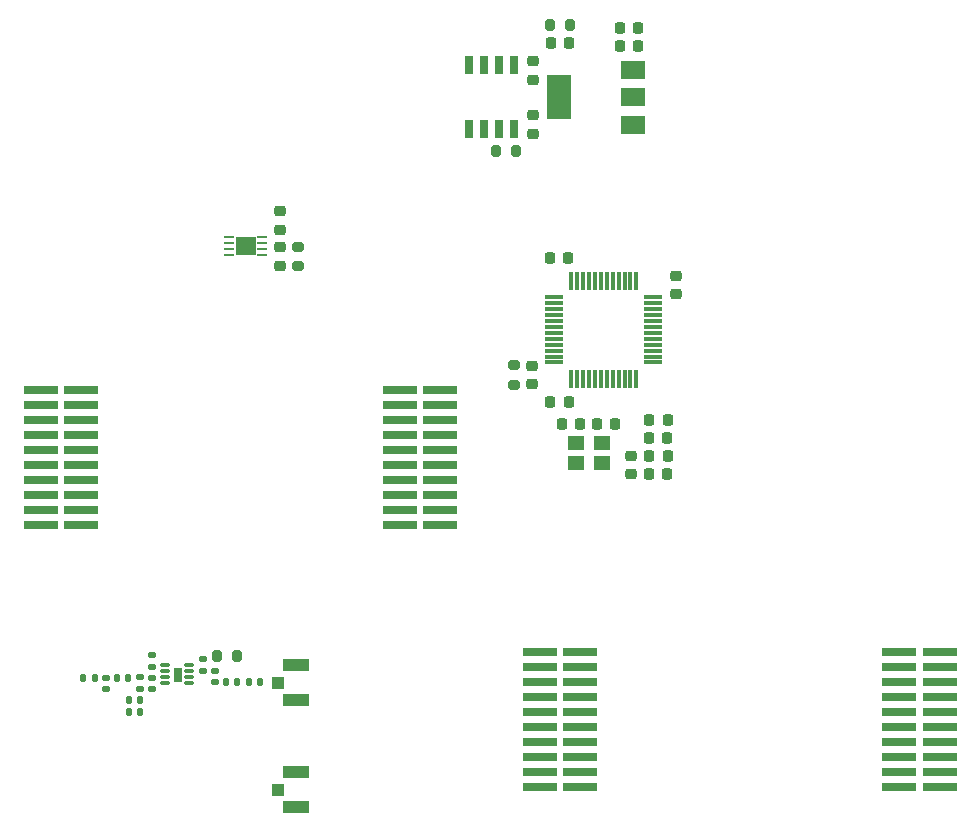
<source format=gtp>
G04 #@! TF.GenerationSoftware,KiCad,Pcbnew,(6.0.7-1)-1*
G04 #@! TF.CreationDate,2023-01-03T11:55:49-05:00*
G04 #@! TF.ProjectId,comm-rfb,636f6d6d-2d72-4666-922e-6b696361645f,rev?*
G04 #@! TF.SameCoordinates,Original*
G04 #@! TF.FileFunction,Paste,Top*
G04 #@! TF.FilePolarity,Positive*
%FSLAX46Y46*%
G04 Gerber Fmt 4.6, Leading zero omitted, Abs format (unit mm)*
G04 Created by KiCad (PCBNEW (6.0.7-1)-1) date 2023-01-03 11:55:49*
%MOMM*%
%LPD*%
G01*
G04 APERTURE LIST*
G04 Aperture macros list*
%AMRoundRect*
0 Rectangle with rounded corners*
0 $1 Rounding radius*
0 $2 $3 $4 $5 $6 $7 $8 $9 X,Y pos of 4 corners*
0 Add a 4 corners polygon primitive as box body*
4,1,4,$2,$3,$4,$5,$6,$7,$8,$9,$2,$3,0*
0 Add four circle primitives for the rounded corners*
1,1,$1+$1,$2,$3*
1,1,$1+$1,$4,$5*
1,1,$1+$1,$6,$7*
1,1,$1+$1,$8,$9*
0 Add four rect primitives between the rounded corners*
20,1,$1+$1,$2,$3,$4,$5,0*
20,1,$1+$1,$4,$5,$6,$7,0*
20,1,$1+$1,$6,$7,$8,$9,0*
20,1,$1+$1,$8,$9,$2,$3,0*%
G04 Aperture macros list end*
%ADD10C,0.010000*%
%ADD11RoundRect,0.140000X0.170000X-0.140000X0.170000X0.140000X-0.170000X0.140000X-0.170000X-0.140000X0*%
%ADD12RoundRect,0.140000X-0.170000X0.140000X-0.170000X-0.140000X0.170000X-0.140000X0.170000X0.140000X0*%
%ADD13RoundRect,0.225000X0.250000X-0.225000X0.250000X0.225000X-0.250000X0.225000X-0.250000X-0.225000X0*%
%ADD14RoundRect,0.225000X-0.250000X0.225000X-0.250000X-0.225000X0.250000X-0.225000X0.250000X0.225000X0*%
%ADD15R,2.920000X0.740000*%
%ADD16RoundRect,0.225000X-0.225000X-0.250000X0.225000X-0.250000X0.225000X0.250000X-0.225000X0.250000X0*%
%ADD17RoundRect,0.147500X0.172500X-0.147500X0.172500X0.147500X-0.172500X0.147500X-0.172500X-0.147500X0*%
%ADD18RoundRect,0.225000X0.225000X0.250000X-0.225000X0.250000X-0.225000X-0.250000X0.225000X-0.250000X0*%
%ADD19RoundRect,0.135000X0.185000X-0.135000X0.185000X0.135000X-0.185000X0.135000X-0.185000X-0.135000X0*%
%ADD20RoundRect,0.140000X0.140000X0.170000X-0.140000X0.170000X-0.140000X-0.170000X0.140000X-0.170000X0*%
%ADD21RoundRect,0.218750X0.218750X0.256250X-0.218750X0.256250X-0.218750X-0.256250X0.218750X-0.256250X0*%
%ADD22R,0.812800X0.254000*%
%ADD23R,1.752600X1.549400*%
%ADD24RoundRect,0.200000X0.200000X0.275000X-0.200000X0.275000X-0.200000X-0.275000X0.200000X-0.275000X0*%
%ADD25R,0.650000X1.525000*%
%ADD26R,1.400000X1.200000*%
%ADD27R,1.050000X1.000000*%
%ADD28R,2.200000X1.050000*%
%ADD29RoundRect,0.218750X-0.218750X-0.256250X0.218750X-0.256250X0.218750X0.256250X-0.218750X0.256250X0*%
%ADD30RoundRect,0.200000X-0.275000X0.200000X-0.275000X-0.200000X0.275000X-0.200000X0.275000X0.200000X0*%
%ADD31RoundRect,0.135000X0.135000X0.185000X-0.135000X0.185000X-0.135000X-0.185000X0.135000X-0.185000X0*%
%ADD32RoundRect,0.147500X0.147500X0.172500X-0.147500X0.172500X-0.147500X-0.172500X0.147500X-0.172500X0*%
%ADD33RoundRect,0.033000X0.117000X-0.747000X0.117000X0.747000X-0.117000X0.747000X-0.117000X-0.747000X0*%
%ADD34RoundRect,0.033000X0.747000X0.117000X-0.747000X0.117000X-0.747000X-0.117000X0.747000X-0.117000X0*%
%ADD35RoundRect,0.033000X-0.117000X0.747000X-0.117000X-0.747000X0.117000X-0.747000X0.117000X0.747000X0*%
%ADD36RoundRect,0.033000X-0.747000X-0.117000X0.747000X-0.117000X0.747000X0.117000X-0.747000X0.117000X0*%
%ADD37RoundRect,0.200000X0.275000X-0.200000X0.275000X0.200000X-0.275000X0.200000X-0.275000X-0.200000X0*%
%ADD38R,2.000000X1.500000*%
%ADD39R,2.000000X3.800000*%
%ADD40RoundRect,0.007800X0.347200X0.122200X-0.347200X0.122200X-0.347200X-0.122200X0.347200X-0.122200X0*%
%ADD41RoundRect,0.007800X-0.347200X-0.122200X0.347200X-0.122200X0.347200X0.122200X-0.347200X0.122200X0*%
%ADD42RoundRect,0.200000X-0.200000X-0.275000X0.200000X-0.275000X0.200000X0.275000X-0.200000X0.275000X0*%
%ADD43RoundRect,0.218750X-0.256250X0.218750X-0.256250X-0.218750X0.256250X-0.218750X0.256250X0.218750X0*%
G04 APERTURE END LIST*
G36*
X128347097Y-120834400D02*
G01*
X127786800Y-120834400D01*
X127786800Y-119753828D01*
X128347097Y-119753828D01*
X128347097Y-120834400D01*
G37*
D10*
X128347097Y-120834400D02*
X127786800Y-120834400D01*
X127786800Y-119753828D01*
X128347097Y-119753828D01*
X128347097Y-120834400D01*
D11*
X125907800Y-119631400D03*
X125907800Y-118671400D03*
D12*
X122021600Y-120576400D03*
X122021600Y-121536400D03*
D13*
X136728200Y-82639200D03*
X136728200Y-81089200D03*
D11*
X130225800Y-119987000D03*
X130225800Y-119027000D03*
D14*
X158190800Y-72961200D03*
X158190800Y-74511200D03*
D15*
X162204400Y-129794000D03*
X158774400Y-129794000D03*
X162204400Y-128524000D03*
X158774400Y-128524000D03*
X162204400Y-127254000D03*
X158774400Y-127254000D03*
X162204400Y-125984000D03*
X158774400Y-125984000D03*
X162204400Y-124714000D03*
X158774400Y-124714000D03*
X162204400Y-123444000D03*
X158774400Y-123444000D03*
X162204400Y-122174000D03*
X158774400Y-122174000D03*
X162204400Y-120904000D03*
X158774400Y-120904000D03*
X162204400Y-119634000D03*
X158774400Y-119634000D03*
X162204400Y-118364000D03*
X158774400Y-118364000D03*
D16*
X163613800Y-99110800D03*
X165163800Y-99110800D03*
D17*
X125907800Y-121541400D03*
X125907800Y-120571400D03*
D18*
X161201400Y-97231200D03*
X159651400Y-97231200D03*
X162166600Y-99110800D03*
X160616600Y-99110800D03*
X167094200Y-67056000D03*
X165544200Y-67056000D03*
D19*
X124891800Y-121566400D03*
X124891800Y-120546400D03*
D13*
X158089600Y-95720200D03*
X158089600Y-94170200D03*
D16*
X168046400Y-98755200D03*
X169596400Y-98755200D03*
D20*
X123924000Y-120599200D03*
X122964000Y-120599200D03*
D21*
X161264300Y-66878200D03*
X159689300Y-66878200D03*
D16*
X159600600Y-85039200D03*
X161150600Y-85039200D03*
X168020900Y-100279200D03*
X169570900Y-100279200D03*
D22*
X132461000Y-83273199D03*
X132461000Y-83773200D03*
X132461000Y-84273200D03*
X132461000Y-84773201D03*
X135255000Y-84773201D03*
X135255000Y-84273200D03*
X135255000Y-83773200D03*
X135255000Y-83273199D03*
D23*
X133858000Y-84023200D03*
D24*
X133084800Y-118770400D03*
X131434800Y-118770400D03*
D25*
X156539800Y-68738200D03*
X155269800Y-68738200D03*
X153999800Y-68738200D03*
X152729800Y-68738200D03*
X152729800Y-74162200D03*
X153999800Y-74162200D03*
X155269800Y-74162200D03*
X156539800Y-74162200D03*
D18*
X169570900Y-103327200D03*
X168020900Y-103327200D03*
D24*
X156729800Y-76022200D03*
X155079800Y-76022200D03*
D26*
X164015600Y-100699200D03*
X161815600Y-100699200D03*
X161815600Y-102399200D03*
X164015600Y-102399200D03*
D20*
X124914600Y-122504200D03*
X123954600Y-122504200D03*
D27*
X136594600Y-121005600D03*
D28*
X138119600Y-119530600D03*
X138119600Y-122480600D03*
D29*
X168008400Y-101803200D03*
X169583400Y-101803200D03*
D30*
X156565600Y-94120200D03*
X156565600Y-95770200D03*
D31*
X121083800Y-120624600D03*
X120063800Y-120624600D03*
D21*
X167106300Y-65532000D03*
X165531300Y-65532000D03*
D14*
X166522400Y-101790200D03*
X166522400Y-103340200D03*
D20*
X133146600Y-120954800D03*
X132186600Y-120954800D03*
D15*
X119926600Y-107670600D03*
X116496600Y-107670600D03*
X119926600Y-106400600D03*
X116496600Y-106400600D03*
X119926600Y-105130600D03*
X116496600Y-105130600D03*
X119926600Y-103860600D03*
X116496600Y-103860600D03*
X119926600Y-102590600D03*
X116496600Y-102590600D03*
X119926600Y-101320600D03*
X116496600Y-101320600D03*
X119926600Y-100050600D03*
X116496600Y-100050600D03*
X119926600Y-98780600D03*
X116496600Y-98780600D03*
X119926600Y-97510600D03*
X116496600Y-97510600D03*
X119926600Y-96240600D03*
X116496600Y-96240600D03*
D27*
X136589600Y-130048000D03*
D28*
X138114600Y-128573000D03*
X138114600Y-131523000D03*
D15*
X150330400Y-107670600D03*
X146900400Y-107670600D03*
X150330400Y-106400600D03*
X146900400Y-106400600D03*
X150330400Y-105130600D03*
X146900400Y-105130600D03*
X150330400Y-103860600D03*
X146900400Y-103860600D03*
X150330400Y-102590600D03*
X146900400Y-102590600D03*
X150330400Y-101320600D03*
X146900400Y-101320600D03*
X150330400Y-100050600D03*
X146900400Y-100050600D03*
X150330400Y-98780600D03*
X146900400Y-98780600D03*
X150330400Y-97510600D03*
X146900400Y-97510600D03*
X150330400Y-96240600D03*
X146900400Y-96240600D03*
D32*
X135082000Y-120954800D03*
X134112000Y-120954800D03*
D33*
X161435600Y-95315200D03*
X161935600Y-95315200D03*
X162435600Y-95315200D03*
X162935600Y-95315200D03*
X163435600Y-95315200D03*
X163935600Y-95315200D03*
X164435600Y-95315200D03*
X164935600Y-95315200D03*
X165435600Y-95315200D03*
X165935600Y-95315200D03*
X166435600Y-95315200D03*
X166935600Y-95315200D03*
D34*
X168365600Y-93885200D03*
X168365600Y-93385200D03*
X168365600Y-92885200D03*
X168365600Y-92385200D03*
X168365600Y-91885200D03*
X168365600Y-91385200D03*
X168365600Y-90885200D03*
X168365600Y-90385200D03*
X168365600Y-89885200D03*
X168365600Y-89385200D03*
X168365600Y-88885200D03*
X168365600Y-88385200D03*
D35*
X166935600Y-86955200D03*
X166435600Y-86955200D03*
X165935600Y-86955200D03*
X165435600Y-86955200D03*
X164935600Y-86955200D03*
X164435600Y-86955200D03*
X163935600Y-86955200D03*
X163435600Y-86955200D03*
X162935600Y-86955200D03*
X162435600Y-86955200D03*
X161935600Y-86955200D03*
X161435600Y-86955200D03*
D36*
X160005600Y-88385200D03*
X160005600Y-88885200D03*
X160005600Y-89385200D03*
X160005600Y-89885200D03*
X160005600Y-90385200D03*
X160005600Y-90885200D03*
X160005600Y-91385200D03*
X160005600Y-91885200D03*
X160005600Y-92385200D03*
X160005600Y-92885200D03*
X160005600Y-93385200D03*
X160005600Y-93885200D03*
D14*
X158190800Y-68389200D03*
X158190800Y-69939200D03*
D37*
X138277600Y-85762600D03*
X138277600Y-84112600D03*
D38*
X166674800Y-73750200D03*
D39*
X160374800Y-71450200D03*
D38*
X166674800Y-71450200D03*
X166674800Y-69150200D03*
D15*
X192605000Y-129794000D03*
X189175000Y-129794000D03*
X192605000Y-128524000D03*
X189175000Y-128524000D03*
X192605000Y-127254000D03*
X189175000Y-127254000D03*
X192605000Y-125984000D03*
X189175000Y-125984000D03*
X192605000Y-124714000D03*
X189175000Y-124714000D03*
X192605000Y-123444000D03*
X189175000Y-123444000D03*
X192605000Y-122174000D03*
X189175000Y-122174000D03*
X192605000Y-120904000D03*
X189175000Y-120904000D03*
X192605000Y-119634000D03*
X189175000Y-119634000D03*
X192605000Y-118364000D03*
X189175000Y-118364000D03*
D20*
X124914600Y-123494800D03*
X123954600Y-123494800D03*
D40*
X129071800Y-121044400D03*
X129071800Y-120544400D03*
X129071800Y-120044400D03*
X129071800Y-119544400D03*
D41*
X127061800Y-119544400D03*
X127061800Y-120044400D03*
X127061800Y-120544400D03*
X127061800Y-121044400D03*
D42*
X159651800Y-65354200D03*
X161301800Y-65354200D03*
D43*
X136728200Y-84150100D03*
X136728200Y-85725100D03*
D17*
X131241800Y-120982600D03*
X131241800Y-120012600D03*
D14*
X170281600Y-86550200D03*
X170281600Y-88100200D03*
M02*

</source>
